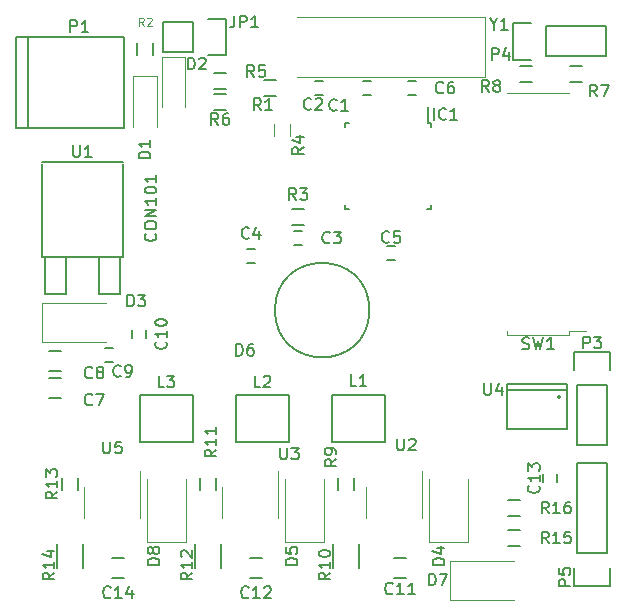
<source format=gto>
G04 #@! TF.GenerationSoftware,KiCad,Pcbnew,(2017-05-08 revision d4e41c4f9)-makepkg*
G04 #@! TF.CreationDate,2017-05-10T17:18:05+02:00*
G04 #@! TF.ProjectId,led_pixel,6C65645F706978656C2E6B696361645F,1.0*
G04 #@! TF.FileFunction,Legend,Top*
G04 #@! TF.FilePolarity,Positive*
%FSLAX46Y46*%
G04 Gerber Fmt 4.6, Leading zero omitted, Abs format (unit mm)*
G04 Created by KiCad (PCBNEW (2017-05-08 revision d4e41c4f9)-makepkg) date 05/10/17 17:18:05*
%MOMM*%
%LPD*%
G01*
G04 APERTURE LIST*
%ADD10C,0.100000*%
%ADD11C,0.150000*%
%ADD12C,0.120000*%
G04 APERTURE END LIST*
D10*
D11*
X154000000Y-90000000D02*
G75*
G03X154000000Y-90000000I-4000000J0D01*
G01*
D12*
X147850000Y-70300000D02*
X163825000Y-70300000D01*
X163825000Y-70300000D02*
X163825000Y-65200000D01*
X163825000Y-65200000D02*
X147850000Y-65200000D01*
D11*
X139042000Y-97144000D02*
X139042000Y-101144000D01*
X134542000Y-97144000D02*
X139042000Y-97144000D01*
X134542000Y-101144000D02*
X134542000Y-97144000D01*
X139042000Y-101144000D02*
X134542000Y-101144000D01*
X147170000Y-97144000D02*
X147170000Y-101144000D01*
X142670000Y-97144000D02*
X147170000Y-97144000D01*
X142670000Y-101144000D02*
X142670000Y-97144000D01*
X147170000Y-101144000D02*
X142670000Y-101144000D01*
X150798000Y-101144000D02*
X150798000Y-97144000D01*
X155298000Y-101144000D02*
X150798000Y-101144000D01*
X155298000Y-97144000D02*
X155298000Y-101144000D01*
X150798000Y-97144000D02*
X155298000Y-97144000D01*
X153460000Y-70604000D02*
X154160000Y-70604000D01*
X154160000Y-71804000D02*
X153460000Y-71804000D01*
X150100000Y-71804000D02*
X149400000Y-71804000D01*
X149400000Y-70604000D02*
X150100000Y-70604000D01*
X147618000Y-83304000D02*
X148318000Y-83304000D01*
X148318000Y-84504000D02*
X147618000Y-84504000D01*
X144315000Y-86028000D02*
X143615000Y-86028000D01*
X143615000Y-84828000D02*
X144315000Y-84828000D01*
X155492000Y-84574000D02*
X156192000Y-84574000D01*
X156192000Y-85774000D02*
X155492000Y-85774000D01*
X157270000Y-70604000D02*
X157970000Y-70604000D01*
X157970000Y-71804000D02*
X157270000Y-71804000D01*
X126894000Y-97454000D02*
X127894000Y-97454000D01*
X127894000Y-95754000D02*
X126894000Y-95754000D01*
X127894000Y-93468000D02*
X126894000Y-93468000D01*
X126894000Y-95168000D02*
X127894000Y-95168000D01*
X131616000Y-93210000D02*
X132316000Y-93210000D01*
X132316000Y-94410000D02*
X131616000Y-94410000D01*
X135106000Y-91682000D02*
X135106000Y-92382000D01*
X133906000Y-92382000D02*
X133906000Y-91682000D01*
X157104000Y-110994000D02*
X156104000Y-110994000D01*
X156104000Y-112694000D02*
X157104000Y-112694000D01*
X143912000Y-112694000D02*
X144912000Y-112694000D01*
X144912000Y-110994000D02*
X143912000Y-110994000D01*
X133228000Y-110994000D02*
X132228000Y-110994000D01*
X132228000Y-112694000D02*
X133228000Y-112694000D01*
X158988000Y-74183000D02*
X158988000Y-72758000D01*
X159213000Y-81433000D02*
X159213000Y-81108000D01*
X151963000Y-81433000D02*
X151963000Y-81108000D01*
X151963000Y-74183000D02*
X151963000Y-74508000D01*
X159213000Y-74183000D02*
X159213000Y-74508000D01*
X151963000Y-74183000D02*
X152288000Y-74183000D01*
X151963000Y-81433000D02*
X152288000Y-81433000D01*
X159213000Y-81433000D02*
X158888000Y-81433000D01*
X159213000Y-74183000D02*
X158988000Y-74183000D01*
X133263940Y-66845360D02*
X124064060Y-66845360D01*
X133263940Y-74546640D02*
X133263940Y-66845360D01*
X124064060Y-74546640D02*
X133263940Y-74546640D01*
X124064060Y-66845360D02*
X124064060Y-74546640D01*
X125064820Y-66845360D02*
X125064820Y-74546640D01*
X146055000Y-71879000D02*
X145055000Y-71879000D01*
X145055000Y-70529000D02*
X146055000Y-70529000D01*
X135689000Y-67402000D02*
X135689000Y-68402000D01*
X134339000Y-68402000D02*
X134339000Y-67402000D01*
X147468000Y-81451000D02*
X148468000Y-81451000D01*
X148468000Y-82801000D02*
X147468000Y-82801000D01*
X140864000Y-69894000D02*
X141864000Y-69894000D01*
X141864000Y-71244000D02*
X140864000Y-71244000D01*
X141864000Y-73022000D02*
X140864000Y-73022000D01*
X140864000Y-71672000D02*
X141864000Y-71672000D01*
X172000000Y-70675000D02*
X171000000Y-70675000D01*
X171000000Y-69325000D02*
X172000000Y-69325000D01*
X166750000Y-69325000D02*
X167750000Y-69325000D01*
X167750000Y-70675000D02*
X166750000Y-70675000D01*
X153107000Y-109828000D02*
X153107000Y-111828000D01*
X150957000Y-111828000D02*
X150957000Y-109828000D01*
X141423000Y-109828000D02*
X141423000Y-111828000D01*
X139273000Y-111828000D02*
X139273000Y-109828000D01*
X127589000Y-111828000D02*
X127589000Y-109828000D01*
X129739000Y-109828000D02*
X129739000Y-111828000D01*
X166756000Y-109979000D02*
X165756000Y-109979000D01*
X165756000Y-108629000D02*
X166756000Y-108629000D01*
X165756000Y-106089000D02*
X166756000Y-106089000D01*
X166756000Y-107439000D02*
X165756000Y-107439000D01*
X133109000Y-77597000D02*
X133109000Y-79375000D01*
X126251000Y-77470000D02*
X133109000Y-77470000D01*
X126251000Y-85471000D02*
X126251000Y-77597000D01*
X133109000Y-85471000D02*
X126251000Y-85471000D01*
X133109000Y-79375000D02*
X133109000Y-85471000D01*
X128283000Y-88646000D02*
X128283000Y-85471000D01*
X126505000Y-88646000D02*
X128283000Y-88646000D01*
X126505000Y-85471000D02*
X126505000Y-88646000D01*
X132855000Y-88646000D02*
X132855000Y-85471000D01*
X131077000Y-88646000D02*
X132855000Y-88646000D01*
X131077000Y-85471000D02*
X131077000Y-88646000D01*
X168704000Y-104574000D02*
X168704000Y-103874000D01*
X169904000Y-103874000D02*
X169904000Y-104574000D01*
X136538000Y-68156000D02*
X136538000Y-65616000D01*
X139078000Y-68156000D02*
X136538000Y-68156000D01*
X141898000Y-68436000D02*
X141898000Y-65336000D01*
X140348000Y-68436000D02*
X141898000Y-68436000D01*
X139078000Y-65616000D02*
X139078000Y-68156000D01*
X136538000Y-65616000D02*
X139078000Y-65616000D01*
X141898000Y-65336000D02*
X140348000Y-65336000D01*
X171590000Y-96350000D02*
X174130000Y-96350000D01*
X171590000Y-101430000D02*
X171590000Y-96350000D01*
X174130000Y-101430000D02*
X171590000Y-101430000D01*
X174130000Y-96350000D02*
X174130000Y-101430000D01*
X171310000Y-93530000D02*
X171310000Y-95080000D01*
X174410000Y-93530000D02*
X171310000Y-93530000D01*
X174410000Y-95080000D02*
X174410000Y-93530000D01*
X167710000Y-65700000D02*
X166160000Y-65700000D01*
X166160000Y-65700000D02*
X166160000Y-68800000D01*
X166160000Y-68800000D02*
X167710000Y-68800000D01*
X168980000Y-65980000D02*
X174060000Y-65980000D01*
X174060000Y-65980000D02*
X174060000Y-68520000D01*
X174060000Y-68520000D02*
X168980000Y-68520000D01*
X168980000Y-68520000D02*
X168980000Y-65980000D01*
X171310000Y-113394000D02*
X174410000Y-113394000D01*
X171310000Y-111844000D02*
X171310000Y-113394000D01*
X174130000Y-110574000D02*
X171590000Y-110574000D01*
X171590000Y-102954000D02*
X174130000Y-102954000D01*
X174410000Y-113394000D02*
X174410000Y-111844000D01*
X174130000Y-110574000D02*
X174130000Y-102954000D01*
X171590000Y-110574000D02*
X171590000Y-102954000D01*
X152707000Y-104232000D02*
X152707000Y-105232000D01*
X151357000Y-105232000D02*
X151357000Y-104232000D01*
X141023000Y-104232000D02*
X141023000Y-105232000D01*
X139673000Y-105232000D02*
X139673000Y-104232000D01*
X127989000Y-105232000D02*
X127989000Y-104232000D01*
X129339000Y-104232000D02*
X129339000Y-105232000D01*
D12*
X153696000Y-107556000D02*
X153696000Y-104956000D01*
X158496000Y-103656000D02*
X158496000Y-107556000D01*
X146304000Y-103656000D02*
X146304000Y-107556000D01*
X141504000Y-107556000D02*
X141504000Y-104956000D01*
D11*
X165621000Y-96223000D02*
X165621000Y-100033000D01*
X170701000Y-96223000D02*
X170701000Y-100033000D01*
X170701000Y-96223000D02*
X165621000Y-96223000D01*
X170701000Y-100033000D02*
X165621000Y-100033000D01*
X170701000Y-96731000D02*
X165621000Y-96731000D01*
X170193000Y-97366000D02*
G75*
G03X170193000Y-97366000I-127000J0D01*
G01*
D12*
X134620000Y-103656000D02*
X134620000Y-107556000D01*
X129820000Y-107556000D02*
X129820000Y-104956000D01*
X170888000Y-91772000D02*
X172308000Y-91772000D01*
X170888000Y-71652000D02*
X165688000Y-71652000D01*
X165688000Y-92092000D02*
X165688000Y-91772000D01*
X170888000Y-92092000D02*
X165688000Y-92092000D01*
X170888000Y-91772000D02*
X170888000Y-92092000D01*
X136014000Y-74478000D02*
X136014000Y-70178000D01*
X136014000Y-70178000D02*
X134014000Y-70178000D01*
X134014000Y-70178000D02*
X134014000Y-74478000D01*
X136427000Y-68527000D02*
X136427000Y-72827000D01*
X138427000Y-68527000D02*
X136427000Y-68527000D01*
X138427000Y-72827000D02*
X138427000Y-68527000D01*
X126280000Y-89366000D02*
X131680000Y-89366000D01*
X126280000Y-92666000D02*
X131680000Y-92666000D01*
X126280000Y-89366000D02*
X126280000Y-92666000D01*
X159018000Y-109656000D02*
X162318000Y-109656000D01*
X162318000Y-109656000D02*
X162318000Y-104256000D01*
X159018000Y-109656000D02*
X159018000Y-104256000D01*
X146826000Y-109656000D02*
X146826000Y-104256000D01*
X150126000Y-109656000D02*
X150126000Y-104256000D01*
X146826000Y-109656000D02*
X150126000Y-109656000D01*
X160824000Y-111210000D02*
X166224000Y-111210000D01*
X160824000Y-114510000D02*
X166224000Y-114510000D01*
X160824000Y-111210000D02*
X160824000Y-114510000D01*
X135142000Y-109656000D02*
X138442000Y-109656000D01*
X138442000Y-109656000D02*
X138442000Y-104256000D01*
X135142000Y-109656000D02*
X135142000Y-104256000D01*
X147251000Y-74260000D02*
X147251000Y-75260000D01*
X145891000Y-75260000D02*
X145891000Y-74260000D01*
D11*
X135879142Y-83530666D02*
X135926761Y-83578285D01*
X135974380Y-83721142D01*
X135974380Y-83816380D01*
X135926761Y-83959238D01*
X135831523Y-84054476D01*
X135736285Y-84102095D01*
X135545809Y-84149714D01*
X135402952Y-84149714D01*
X135212476Y-84102095D01*
X135117238Y-84054476D01*
X135022000Y-83959238D01*
X134974380Y-83816380D01*
X134974380Y-83721142D01*
X135022000Y-83578285D01*
X135069619Y-83530666D01*
X134974380Y-82911619D02*
X134974380Y-82721142D01*
X135022000Y-82625904D01*
X135117238Y-82530666D01*
X135307714Y-82483047D01*
X135641047Y-82483047D01*
X135831523Y-82530666D01*
X135926761Y-82625904D01*
X135974380Y-82721142D01*
X135974380Y-82911619D01*
X135926761Y-83006857D01*
X135831523Y-83102095D01*
X135641047Y-83149714D01*
X135307714Y-83149714D01*
X135117238Y-83102095D01*
X135022000Y-83006857D01*
X134974380Y-82911619D01*
X135974380Y-82054476D02*
X134974380Y-82054476D01*
X135974380Y-81483047D01*
X134974380Y-81483047D01*
X135974380Y-80483047D02*
X135974380Y-81054476D01*
X135974380Y-80768761D02*
X134974380Y-80768761D01*
X135117238Y-80864000D01*
X135212476Y-80959238D01*
X135260095Y-81054476D01*
X134974380Y-79864000D02*
X134974380Y-79768761D01*
X135022000Y-79673523D01*
X135069619Y-79625904D01*
X135164857Y-79578285D01*
X135355333Y-79530666D01*
X135593428Y-79530666D01*
X135783904Y-79578285D01*
X135879142Y-79625904D01*
X135926761Y-79673523D01*
X135974380Y-79768761D01*
X135974380Y-79864000D01*
X135926761Y-79959238D01*
X135879142Y-80006857D01*
X135783904Y-80054476D01*
X135593428Y-80102095D01*
X135355333Y-80102095D01*
X135164857Y-80054476D01*
X135069619Y-80006857D01*
X135022000Y-79959238D01*
X134974380Y-79864000D01*
X135974380Y-78578285D02*
X135974380Y-79149714D01*
X135974380Y-78864000D02*
X134974380Y-78864000D01*
X135117238Y-78959238D01*
X135212476Y-79054476D01*
X135260095Y-79149714D01*
X142708704Y-93855980D02*
X142708704Y-92855980D01*
X142946800Y-92855980D01*
X143089657Y-92903600D01*
X143184895Y-92998838D01*
X143232514Y-93094076D01*
X143280133Y-93284552D01*
X143280133Y-93427409D01*
X143232514Y-93617885D01*
X143184895Y-93713123D01*
X143089657Y-93808361D01*
X142946800Y-93855980D01*
X142708704Y-93855980D01*
X144137276Y-92855980D02*
X143946800Y-92855980D01*
X143851561Y-92903600D01*
X143803942Y-92951219D01*
X143708704Y-93094076D01*
X143661085Y-93284552D01*
X143661085Y-93665504D01*
X143708704Y-93760742D01*
X143756323Y-93808361D01*
X143851561Y-93855980D01*
X144042038Y-93855980D01*
X144137276Y-93808361D01*
X144184895Y-93760742D01*
X144232514Y-93665504D01*
X144232514Y-93427409D01*
X144184895Y-93332171D01*
X144137276Y-93284552D01*
X144042038Y-93236933D01*
X143851561Y-93236933D01*
X143756323Y-93284552D01*
X143708704Y-93332171D01*
X143661085Y-93427409D01*
X164509809Y-65782690D02*
X164509809Y-66258880D01*
X164176476Y-65258880D02*
X164509809Y-65782690D01*
X164843142Y-65258880D01*
X165700285Y-66258880D02*
X165128857Y-66258880D01*
X165414571Y-66258880D02*
X165414571Y-65258880D01*
X165319333Y-65401738D01*
X165224095Y-65496976D01*
X165128857Y-65544595D01*
X136625333Y-96548380D02*
X136149142Y-96548380D01*
X136149142Y-95548380D01*
X136863428Y-95548380D02*
X137482476Y-95548380D01*
X137149142Y-95929333D01*
X137292000Y-95929333D01*
X137387238Y-95976952D01*
X137434857Y-96024571D01*
X137482476Y-96119809D01*
X137482476Y-96357904D01*
X137434857Y-96453142D01*
X137387238Y-96500761D01*
X137292000Y-96548380D01*
X137006285Y-96548380D01*
X136911047Y-96500761D01*
X136863428Y-96453142D01*
X144753333Y-96548380D02*
X144277142Y-96548380D01*
X144277142Y-95548380D01*
X145039047Y-95643619D02*
X145086666Y-95596000D01*
X145181904Y-95548380D01*
X145420000Y-95548380D01*
X145515238Y-95596000D01*
X145562857Y-95643619D01*
X145610476Y-95738857D01*
X145610476Y-95834095D01*
X145562857Y-95976952D01*
X144991428Y-96548380D01*
X145610476Y-96548380D01*
X152881333Y-96421380D02*
X152405142Y-96421380D01*
X152405142Y-95421380D01*
X153738476Y-96421380D02*
X153167047Y-96421380D01*
X153452761Y-96421380D02*
X153452761Y-95421380D01*
X153357523Y-95564238D01*
X153262285Y-95659476D01*
X153167047Y-95707095D01*
X151230333Y-73021642D02*
X151182714Y-73069261D01*
X151039857Y-73116880D01*
X150944619Y-73116880D01*
X150801761Y-73069261D01*
X150706523Y-72974023D01*
X150658904Y-72878785D01*
X150611285Y-72688309D01*
X150611285Y-72545452D01*
X150658904Y-72354976D01*
X150706523Y-72259738D01*
X150801761Y-72164500D01*
X150944619Y-72116880D01*
X151039857Y-72116880D01*
X151182714Y-72164500D01*
X151230333Y-72212119D01*
X152182714Y-73116880D02*
X151611285Y-73116880D01*
X151897000Y-73116880D02*
X151897000Y-72116880D01*
X151801761Y-72259738D01*
X151706523Y-72354976D01*
X151611285Y-72402595D01*
X149071333Y-72958142D02*
X149023714Y-73005761D01*
X148880857Y-73053380D01*
X148785619Y-73053380D01*
X148642761Y-73005761D01*
X148547523Y-72910523D01*
X148499904Y-72815285D01*
X148452285Y-72624809D01*
X148452285Y-72481952D01*
X148499904Y-72291476D01*
X148547523Y-72196238D01*
X148642761Y-72101000D01*
X148785619Y-72053380D01*
X148880857Y-72053380D01*
X149023714Y-72101000D01*
X149071333Y-72148619D01*
X149452285Y-72148619D02*
X149499904Y-72101000D01*
X149595142Y-72053380D01*
X149833238Y-72053380D01*
X149928476Y-72101000D01*
X149976095Y-72148619D01*
X150023714Y-72243857D01*
X150023714Y-72339095D01*
X149976095Y-72481952D01*
X149404666Y-73053380D01*
X150023714Y-73053380D01*
X150646133Y-84261142D02*
X150598514Y-84308761D01*
X150455657Y-84356380D01*
X150360419Y-84356380D01*
X150217561Y-84308761D01*
X150122323Y-84213523D01*
X150074704Y-84118285D01*
X150027085Y-83927809D01*
X150027085Y-83784952D01*
X150074704Y-83594476D01*
X150122323Y-83499238D01*
X150217561Y-83404000D01*
X150360419Y-83356380D01*
X150455657Y-83356380D01*
X150598514Y-83404000D01*
X150646133Y-83451619D01*
X150979466Y-83356380D02*
X151598514Y-83356380D01*
X151265180Y-83737333D01*
X151408038Y-83737333D01*
X151503276Y-83784952D01*
X151550895Y-83832571D01*
X151598514Y-83927809D01*
X151598514Y-84165904D01*
X151550895Y-84261142D01*
X151503276Y-84308761D01*
X151408038Y-84356380D01*
X151122323Y-84356380D01*
X151027085Y-84308761D01*
X150979466Y-84261142D01*
X143798333Y-83885142D02*
X143750714Y-83932761D01*
X143607857Y-83980380D01*
X143512619Y-83980380D01*
X143369761Y-83932761D01*
X143274523Y-83837523D01*
X143226904Y-83742285D01*
X143179285Y-83551809D01*
X143179285Y-83408952D01*
X143226904Y-83218476D01*
X143274523Y-83123238D01*
X143369761Y-83028000D01*
X143512619Y-82980380D01*
X143607857Y-82980380D01*
X143750714Y-83028000D01*
X143798333Y-83075619D01*
X144655476Y-83313714D02*
X144655476Y-83980380D01*
X144417380Y-82932761D02*
X144179285Y-83647047D01*
X144798333Y-83647047D01*
X155675333Y-84210342D02*
X155627714Y-84257961D01*
X155484857Y-84305580D01*
X155389619Y-84305580D01*
X155246761Y-84257961D01*
X155151523Y-84162723D01*
X155103904Y-84067485D01*
X155056285Y-83877009D01*
X155056285Y-83734152D01*
X155103904Y-83543676D01*
X155151523Y-83448438D01*
X155246761Y-83353200D01*
X155389619Y-83305580D01*
X155484857Y-83305580D01*
X155627714Y-83353200D01*
X155675333Y-83400819D01*
X156580095Y-83305580D02*
X156103904Y-83305580D01*
X156056285Y-83781771D01*
X156103904Y-83734152D01*
X156199142Y-83686533D01*
X156437238Y-83686533D01*
X156532476Y-83734152D01*
X156580095Y-83781771D01*
X156627714Y-83877009D01*
X156627714Y-84115104D01*
X156580095Y-84210342D01*
X156532476Y-84257961D01*
X156437238Y-84305580D01*
X156199142Y-84305580D01*
X156103904Y-84257961D01*
X156056285Y-84210342D01*
X160247333Y-71561142D02*
X160199714Y-71608761D01*
X160056857Y-71656380D01*
X159961619Y-71656380D01*
X159818761Y-71608761D01*
X159723523Y-71513523D01*
X159675904Y-71418285D01*
X159628285Y-71227809D01*
X159628285Y-71084952D01*
X159675904Y-70894476D01*
X159723523Y-70799238D01*
X159818761Y-70704000D01*
X159961619Y-70656380D01*
X160056857Y-70656380D01*
X160199714Y-70704000D01*
X160247333Y-70751619D01*
X161104476Y-70656380D02*
X160914000Y-70656380D01*
X160818761Y-70704000D01*
X160771142Y-70751619D01*
X160675904Y-70894476D01*
X160628285Y-71084952D01*
X160628285Y-71465904D01*
X160675904Y-71561142D01*
X160723523Y-71608761D01*
X160818761Y-71656380D01*
X161009238Y-71656380D01*
X161104476Y-71608761D01*
X161152095Y-71561142D01*
X161199714Y-71465904D01*
X161199714Y-71227809D01*
X161152095Y-71132571D01*
X161104476Y-71084952D01*
X161009238Y-71037333D01*
X160818761Y-71037333D01*
X160723523Y-71084952D01*
X160675904Y-71132571D01*
X160628285Y-71227809D01*
X130529333Y-97977142D02*
X130481714Y-98024761D01*
X130338857Y-98072380D01*
X130243619Y-98072380D01*
X130100761Y-98024761D01*
X130005523Y-97929523D01*
X129957904Y-97834285D01*
X129910285Y-97643809D01*
X129910285Y-97500952D01*
X129957904Y-97310476D01*
X130005523Y-97215238D01*
X130100761Y-97120000D01*
X130243619Y-97072380D01*
X130338857Y-97072380D01*
X130481714Y-97120000D01*
X130529333Y-97167619D01*
X130862666Y-97072380D02*
X131529333Y-97072380D01*
X131100761Y-98072380D01*
X130529333Y-95691142D02*
X130481714Y-95738761D01*
X130338857Y-95786380D01*
X130243619Y-95786380D01*
X130100761Y-95738761D01*
X130005523Y-95643523D01*
X129957904Y-95548285D01*
X129910285Y-95357809D01*
X129910285Y-95214952D01*
X129957904Y-95024476D01*
X130005523Y-94929238D01*
X130100761Y-94834000D01*
X130243619Y-94786380D01*
X130338857Y-94786380D01*
X130481714Y-94834000D01*
X130529333Y-94881619D01*
X131100761Y-95214952D02*
X131005523Y-95167333D01*
X130957904Y-95119714D01*
X130910285Y-95024476D01*
X130910285Y-94976857D01*
X130957904Y-94881619D01*
X131005523Y-94834000D01*
X131100761Y-94786380D01*
X131291238Y-94786380D01*
X131386476Y-94834000D01*
X131434095Y-94881619D01*
X131481714Y-94976857D01*
X131481714Y-95024476D01*
X131434095Y-95119714D01*
X131386476Y-95167333D01*
X131291238Y-95214952D01*
X131100761Y-95214952D01*
X131005523Y-95262571D01*
X130957904Y-95310190D01*
X130910285Y-95405428D01*
X130910285Y-95595904D01*
X130957904Y-95691142D01*
X131005523Y-95738761D01*
X131100761Y-95786380D01*
X131291238Y-95786380D01*
X131386476Y-95738761D01*
X131434095Y-95691142D01*
X131481714Y-95595904D01*
X131481714Y-95405428D01*
X131434095Y-95310190D01*
X131386476Y-95262571D01*
X131291238Y-95214952D01*
X132942333Y-95564142D02*
X132894714Y-95611761D01*
X132751857Y-95659380D01*
X132656619Y-95659380D01*
X132513761Y-95611761D01*
X132418523Y-95516523D01*
X132370904Y-95421285D01*
X132323285Y-95230809D01*
X132323285Y-95087952D01*
X132370904Y-94897476D01*
X132418523Y-94802238D01*
X132513761Y-94707000D01*
X132656619Y-94659380D01*
X132751857Y-94659380D01*
X132894714Y-94707000D01*
X132942333Y-94754619D01*
X133418523Y-95659380D02*
X133609000Y-95659380D01*
X133704238Y-95611761D01*
X133751857Y-95564142D01*
X133847095Y-95421285D01*
X133894714Y-95230809D01*
X133894714Y-94849857D01*
X133847095Y-94754619D01*
X133799476Y-94707000D01*
X133704238Y-94659380D01*
X133513761Y-94659380D01*
X133418523Y-94707000D01*
X133370904Y-94754619D01*
X133323285Y-94849857D01*
X133323285Y-95087952D01*
X133370904Y-95183190D01*
X133418523Y-95230809D01*
X133513761Y-95278428D01*
X133704238Y-95278428D01*
X133799476Y-95230809D01*
X133847095Y-95183190D01*
X133894714Y-95087952D01*
X136763142Y-92674857D02*
X136810761Y-92722476D01*
X136858380Y-92865333D01*
X136858380Y-92960571D01*
X136810761Y-93103428D01*
X136715523Y-93198666D01*
X136620285Y-93246285D01*
X136429809Y-93293904D01*
X136286952Y-93293904D01*
X136096476Y-93246285D01*
X136001238Y-93198666D01*
X135906000Y-93103428D01*
X135858380Y-92960571D01*
X135858380Y-92865333D01*
X135906000Y-92722476D01*
X135953619Y-92674857D01*
X136858380Y-91722476D02*
X136858380Y-92293904D01*
X136858380Y-92008190D02*
X135858380Y-92008190D01*
X136001238Y-92103428D01*
X136096476Y-92198666D01*
X136144095Y-92293904D01*
X135858380Y-91103428D02*
X135858380Y-91008190D01*
X135906000Y-90912952D01*
X135953619Y-90865333D01*
X136048857Y-90817714D01*
X136239333Y-90770095D01*
X136477428Y-90770095D01*
X136667904Y-90817714D01*
X136763142Y-90865333D01*
X136810761Y-90912952D01*
X136858380Y-91008190D01*
X136858380Y-91103428D01*
X136810761Y-91198666D01*
X136763142Y-91246285D01*
X136667904Y-91293904D01*
X136477428Y-91341523D01*
X136239333Y-91341523D01*
X136048857Y-91293904D01*
X135953619Y-91246285D01*
X135906000Y-91198666D01*
X135858380Y-91103428D01*
X155961142Y-113979142D02*
X155913523Y-114026761D01*
X155770666Y-114074380D01*
X155675428Y-114074380D01*
X155532571Y-114026761D01*
X155437333Y-113931523D01*
X155389714Y-113836285D01*
X155342095Y-113645809D01*
X155342095Y-113502952D01*
X155389714Y-113312476D01*
X155437333Y-113217238D01*
X155532571Y-113122000D01*
X155675428Y-113074380D01*
X155770666Y-113074380D01*
X155913523Y-113122000D01*
X155961142Y-113169619D01*
X156913523Y-114074380D02*
X156342095Y-114074380D01*
X156627809Y-114074380D02*
X156627809Y-113074380D01*
X156532571Y-113217238D01*
X156437333Y-113312476D01*
X156342095Y-113360095D01*
X157865904Y-114074380D02*
X157294476Y-114074380D01*
X157580190Y-114074380D02*
X157580190Y-113074380D01*
X157484952Y-113217238D01*
X157389714Y-113312476D01*
X157294476Y-113360095D01*
X143769142Y-114301142D02*
X143721523Y-114348761D01*
X143578666Y-114396380D01*
X143483428Y-114396380D01*
X143340571Y-114348761D01*
X143245333Y-114253523D01*
X143197714Y-114158285D01*
X143150095Y-113967809D01*
X143150095Y-113824952D01*
X143197714Y-113634476D01*
X143245333Y-113539238D01*
X143340571Y-113444000D01*
X143483428Y-113396380D01*
X143578666Y-113396380D01*
X143721523Y-113444000D01*
X143769142Y-113491619D01*
X144721523Y-114396380D02*
X144150095Y-114396380D01*
X144435809Y-114396380D02*
X144435809Y-113396380D01*
X144340571Y-113539238D01*
X144245333Y-113634476D01*
X144150095Y-113682095D01*
X145102476Y-113491619D02*
X145150095Y-113444000D01*
X145245333Y-113396380D01*
X145483428Y-113396380D01*
X145578666Y-113444000D01*
X145626285Y-113491619D01*
X145673904Y-113586857D01*
X145673904Y-113682095D01*
X145626285Y-113824952D01*
X145054857Y-114396380D01*
X145673904Y-114396380D01*
X132085142Y-114301142D02*
X132037523Y-114348761D01*
X131894666Y-114396380D01*
X131799428Y-114396380D01*
X131656571Y-114348761D01*
X131561333Y-114253523D01*
X131513714Y-114158285D01*
X131466095Y-113967809D01*
X131466095Y-113824952D01*
X131513714Y-113634476D01*
X131561333Y-113539238D01*
X131656571Y-113444000D01*
X131799428Y-113396380D01*
X131894666Y-113396380D01*
X132037523Y-113444000D01*
X132085142Y-113491619D01*
X133037523Y-114396380D02*
X132466095Y-114396380D01*
X132751809Y-114396380D02*
X132751809Y-113396380D01*
X132656571Y-113539238D01*
X132561333Y-113634476D01*
X132466095Y-113682095D01*
X133894666Y-113729714D02*
X133894666Y-114396380D01*
X133656571Y-113348761D02*
X133418476Y-114063047D01*
X134037523Y-114063047D01*
X159437809Y-73878880D02*
X159437809Y-72878880D01*
X160485428Y-73783642D02*
X160437809Y-73831261D01*
X160294952Y-73878880D01*
X160199714Y-73878880D01*
X160056857Y-73831261D01*
X159961619Y-73736023D01*
X159914000Y-73640785D01*
X159866380Y-73450309D01*
X159866380Y-73307452D01*
X159914000Y-73116976D01*
X159961619Y-73021738D01*
X160056857Y-72926500D01*
X160199714Y-72878880D01*
X160294952Y-72878880D01*
X160437809Y-72926500D01*
X160485428Y-72974119D01*
X161437809Y-73878880D02*
X160866380Y-73878880D01*
X161152095Y-73878880D02*
X161152095Y-72878880D01*
X161056857Y-73021738D01*
X160961619Y-73116976D01*
X160866380Y-73164595D01*
X128687904Y-66449380D02*
X128687904Y-65449380D01*
X129068857Y-65449380D01*
X129164095Y-65497000D01*
X129211714Y-65544619D01*
X129259333Y-65639857D01*
X129259333Y-65782714D01*
X129211714Y-65877952D01*
X129164095Y-65925571D01*
X129068857Y-65973190D01*
X128687904Y-65973190D01*
X130211714Y-66449380D02*
X129640285Y-66449380D01*
X129926000Y-66449380D02*
X129926000Y-65449380D01*
X129830761Y-65592238D01*
X129735523Y-65687476D01*
X129640285Y-65735095D01*
X144804133Y-73078780D02*
X144470800Y-72602590D01*
X144232704Y-73078780D02*
X144232704Y-72078780D01*
X144613657Y-72078780D01*
X144708895Y-72126400D01*
X144756514Y-72174019D01*
X144804133Y-72269257D01*
X144804133Y-72412114D01*
X144756514Y-72507352D01*
X144708895Y-72554971D01*
X144613657Y-72602590D01*
X144232704Y-72602590D01*
X145756514Y-73078780D02*
X145185085Y-73078780D01*
X145470800Y-73078780D02*
X145470800Y-72078780D01*
X145375561Y-72221638D01*
X145280323Y-72316876D01*
X145185085Y-72364495D01*
D10*
X134897333Y-65932666D02*
X134664000Y-65599333D01*
X134497333Y-65932666D02*
X134497333Y-65232666D01*
X134764000Y-65232666D01*
X134830666Y-65266000D01*
X134864000Y-65299333D01*
X134897333Y-65366000D01*
X134897333Y-65466000D01*
X134864000Y-65532666D01*
X134830666Y-65566000D01*
X134764000Y-65599333D01*
X134497333Y-65599333D01*
X135164000Y-65299333D02*
X135197333Y-65266000D01*
X135264000Y-65232666D01*
X135430666Y-65232666D01*
X135497333Y-65266000D01*
X135530666Y-65299333D01*
X135564000Y-65366000D01*
X135564000Y-65432666D01*
X135530666Y-65532666D01*
X135130666Y-65932666D01*
X135564000Y-65932666D01*
D11*
X147801333Y-80678380D02*
X147468000Y-80202190D01*
X147229904Y-80678380D02*
X147229904Y-79678380D01*
X147610857Y-79678380D01*
X147706095Y-79726000D01*
X147753714Y-79773619D01*
X147801333Y-79868857D01*
X147801333Y-80011714D01*
X147753714Y-80106952D01*
X147706095Y-80154571D01*
X147610857Y-80202190D01*
X147229904Y-80202190D01*
X148134666Y-79678380D02*
X148753714Y-79678380D01*
X148420380Y-80059333D01*
X148563238Y-80059333D01*
X148658476Y-80106952D01*
X148706095Y-80154571D01*
X148753714Y-80249809D01*
X148753714Y-80487904D01*
X148706095Y-80583142D01*
X148658476Y-80630761D01*
X148563238Y-80678380D01*
X148277523Y-80678380D01*
X148182285Y-80630761D01*
X148134666Y-80583142D01*
X144245333Y-70259380D02*
X143912000Y-69783190D01*
X143673904Y-70259380D02*
X143673904Y-69259380D01*
X144054857Y-69259380D01*
X144150095Y-69307000D01*
X144197714Y-69354619D01*
X144245333Y-69449857D01*
X144245333Y-69592714D01*
X144197714Y-69687952D01*
X144150095Y-69735571D01*
X144054857Y-69783190D01*
X143673904Y-69783190D01*
X145150095Y-69259380D02*
X144673904Y-69259380D01*
X144626285Y-69735571D01*
X144673904Y-69687952D01*
X144769142Y-69640333D01*
X145007238Y-69640333D01*
X145102476Y-69687952D01*
X145150095Y-69735571D01*
X145197714Y-69830809D01*
X145197714Y-70068904D01*
X145150095Y-70164142D01*
X145102476Y-70211761D01*
X145007238Y-70259380D01*
X144769142Y-70259380D01*
X144673904Y-70211761D01*
X144626285Y-70164142D01*
X141197333Y-74323380D02*
X140864000Y-73847190D01*
X140625904Y-74323380D02*
X140625904Y-73323380D01*
X141006857Y-73323380D01*
X141102095Y-73371000D01*
X141149714Y-73418619D01*
X141197333Y-73513857D01*
X141197333Y-73656714D01*
X141149714Y-73751952D01*
X141102095Y-73799571D01*
X141006857Y-73847190D01*
X140625904Y-73847190D01*
X142054476Y-73323380D02*
X141864000Y-73323380D01*
X141768761Y-73371000D01*
X141721142Y-73418619D01*
X141625904Y-73561476D01*
X141578285Y-73751952D01*
X141578285Y-74132904D01*
X141625904Y-74228142D01*
X141673523Y-74275761D01*
X141768761Y-74323380D01*
X141959238Y-74323380D01*
X142054476Y-74275761D01*
X142102095Y-74228142D01*
X142149714Y-74132904D01*
X142149714Y-73894809D01*
X142102095Y-73799571D01*
X142054476Y-73751952D01*
X141959238Y-73704333D01*
X141768761Y-73704333D01*
X141673523Y-73751952D01*
X141625904Y-73799571D01*
X141578285Y-73894809D01*
X173264833Y-71910380D02*
X172931500Y-71434190D01*
X172693404Y-71910380D02*
X172693404Y-70910380D01*
X173074357Y-70910380D01*
X173169595Y-70958000D01*
X173217214Y-71005619D01*
X173264833Y-71100857D01*
X173264833Y-71243714D01*
X173217214Y-71338952D01*
X173169595Y-71386571D01*
X173074357Y-71434190D01*
X172693404Y-71434190D01*
X173598166Y-70910380D02*
X174264833Y-70910380D01*
X173836261Y-71910380D01*
X164120833Y-71529380D02*
X163787500Y-71053190D01*
X163549404Y-71529380D02*
X163549404Y-70529380D01*
X163930357Y-70529380D01*
X164025595Y-70577000D01*
X164073214Y-70624619D01*
X164120833Y-70719857D01*
X164120833Y-70862714D01*
X164073214Y-70957952D01*
X164025595Y-71005571D01*
X163930357Y-71053190D01*
X163549404Y-71053190D01*
X164692261Y-70957952D02*
X164597023Y-70910333D01*
X164549404Y-70862714D01*
X164501785Y-70767476D01*
X164501785Y-70719857D01*
X164549404Y-70624619D01*
X164597023Y-70577000D01*
X164692261Y-70529380D01*
X164882738Y-70529380D01*
X164977976Y-70577000D01*
X165025595Y-70624619D01*
X165073214Y-70719857D01*
X165073214Y-70767476D01*
X165025595Y-70862714D01*
X164977976Y-70910333D01*
X164882738Y-70957952D01*
X164692261Y-70957952D01*
X164597023Y-71005571D01*
X164549404Y-71053190D01*
X164501785Y-71148428D01*
X164501785Y-71338904D01*
X164549404Y-71434142D01*
X164597023Y-71481761D01*
X164692261Y-71529380D01*
X164882738Y-71529380D01*
X164977976Y-71481761D01*
X165025595Y-71434142D01*
X165073214Y-71338904D01*
X165073214Y-71148428D01*
X165025595Y-71053190D01*
X164977976Y-71005571D01*
X164882738Y-70957952D01*
X150706380Y-112232857D02*
X150230190Y-112566190D01*
X150706380Y-112804285D02*
X149706380Y-112804285D01*
X149706380Y-112423333D01*
X149754000Y-112328095D01*
X149801619Y-112280476D01*
X149896857Y-112232857D01*
X150039714Y-112232857D01*
X150134952Y-112280476D01*
X150182571Y-112328095D01*
X150230190Y-112423333D01*
X150230190Y-112804285D01*
X150706380Y-111280476D02*
X150706380Y-111851904D01*
X150706380Y-111566190D02*
X149706380Y-111566190D01*
X149849238Y-111661428D01*
X149944476Y-111756666D01*
X149992095Y-111851904D01*
X149706380Y-110661428D02*
X149706380Y-110566190D01*
X149754000Y-110470952D01*
X149801619Y-110423333D01*
X149896857Y-110375714D01*
X150087333Y-110328095D01*
X150325428Y-110328095D01*
X150515904Y-110375714D01*
X150611142Y-110423333D01*
X150658761Y-110470952D01*
X150706380Y-110566190D01*
X150706380Y-110661428D01*
X150658761Y-110756666D01*
X150611142Y-110804285D01*
X150515904Y-110851904D01*
X150325428Y-110899523D01*
X150087333Y-110899523D01*
X149896857Y-110851904D01*
X149801619Y-110804285D01*
X149754000Y-110756666D01*
X149706380Y-110661428D01*
X139022380Y-112232857D02*
X138546190Y-112566190D01*
X139022380Y-112804285D02*
X138022380Y-112804285D01*
X138022380Y-112423333D01*
X138070000Y-112328095D01*
X138117619Y-112280476D01*
X138212857Y-112232857D01*
X138355714Y-112232857D01*
X138450952Y-112280476D01*
X138498571Y-112328095D01*
X138546190Y-112423333D01*
X138546190Y-112804285D01*
X139022380Y-111280476D02*
X139022380Y-111851904D01*
X139022380Y-111566190D02*
X138022380Y-111566190D01*
X138165238Y-111661428D01*
X138260476Y-111756666D01*
X138308095Y-111851904D01*
X138117619Y-110899523D02*
X138070000Y-110851904D01*
X138022380Y-110756666D01*
X138022380Y-110518571D01*
X138070000Y-110423333D01*
X138117619Y-110375714D01*
X138212857Y-110328095D01*
X138308095Y-110328095D01*
X138450952Y-110375714D01*
X139022380Y-110947142D01*
X139022380Y-110328095D01*
X127338380Y-112232857D02*
X126862190Y-112566190D01*
X127338380Y-112804285D02*
X126338380Y-112804285D01*
X126338380Y-112423333D01*
X126386000Y-112328095D01*
X126433619Y-112280476D01*
X126528857Y-112232857D01*
X126671714Y-112232857D01*
X126766952Y-112280476D01*
X126814571Y-112328095D01*
X126862190Y-112423333D01*
X126862190Y-112804285D01*
X127338380Y-111280476D02*
X127338380Y-111851904D01*
X127338380Y-111566190D02*
X126338380Y-111566190D01*
X126481238Y-111661428D01*
X126576476Y-111756666D01*
X126624095Y-111851904D01*
X126671714Y-110423333D02*
X127338380Y-110423333D01*
X126290761Y-110661428D02*
X127005047Y-110899523D01*
X127005047Y-110280476D01*
X169169142Y-109756380D02*
X168835809Y-109280190D01*
X168597714Y-109756380D02*
X168597714Y-108756380D01*
X168978666Y-108756380D01*
X169073904Y-108804000D01*
X169121523Y-108851619D01*
X169169142Y-108946857D01*
X169169142Y-109089714D01*
X169121523Y-109184952D01*
X169073904Y-109232571D01*
X168978666Y-109280190D01*
X168597714Y-109280190D01*
X170121523Y-109756380D02*
X169550095Y-109756380D01*
X169835809Y-109756380D02*
X169835809Y-108756380D01*
X169740571Y-108899238D01*
X169645333Y-108994476D01*
X169550095Y-109042095D01*
X171026285Y-108756380D02*
X170550095Y-108756380D01*
X170502476Y-109232571D01*
X170550095Y-109184952D01*
X170645333Y-109137333D01*
X170883428Y-109137333D01*
X170978666Y-109184952D01*
X171026285Y-109232571D01*
X171073904Y-109327809D01*
X171073904Y-109565904D01*
X171026285Y-109661142D01*
X170978666Y-109708761D01*
X170883428Y-109756380D01*
X170645333Y-109756380D01*
X170550095Y-109708761D01*
X170502476Y-109661142D01*
X169169142Y-107216380D02*
X168835809Y-106740190D01*
X168597714Y-107216380D02*
X168597714Y-106216380D01*
X168978666Y-106216380D01*
X169073904Y-106264000D01*
X169121523Y-106311619D01*
X169169142Y-106406857D01*
X169169142Y-106549714D01*
X169121523Y-106644952D01*
X169073904Y-106692571D01*
X168978666Y-106740190D01*
X168597714Y-106740190D01*
X170121523Y-107216380D02*
X169550095Y-107216380D01*
X169835809Y-107216380D02*
X169835809Y-106216380D01*
X169740571Y-106359238D01*
X169645333Y-106454476D01*
X169550095Y-106502095D01*
X170978666Y-106216380D02*
X170788190Y-106216380D01*
X170692952Y-106264000D01*
X170645333Y-106311619D01*
X170550095Y-106454476D01*
X170502476Y-106644952D01*
X170502476Y-107025904D01*
X170550095Y-107121142D01*
X170597714Y-107168761D01*
X170692952Y-107216380D01*
X170883428Y-107216380D01*
X170978666Y-107168761D01*
X171026285Y-107121142D01*
X171073904Y-107025904D01*
X171073904Y-106787809D01*
X171026285Y-106692571D01*
X170978666Y-106644952D01*
X170883428Y-106597333D01*
X170692952Y-106597333D01*
X170597714Y-106644952D01*
X170550095Y-106692571D01*
X170502476Y-106787809D01*
X128918095Y-76033380D02*
X128918095Y-76842904D01*
X128965714Y-76938142D01*
X129013333Y-76985761D01*
X129108571Y-77033380D01*
X129299047Y-77033380D01*
X129394285Y-76985761D01*
X129441904Y-76938142D01*
X129489523Y-76842904D01*
X129489523Y-76033380D01*
X130489523Y-77033380D02*
X129918095Y-77033380D01*
X130203809Y-77033380D02*
X130203809Y-76033380D01*
X130108571Y-76176238D01*
X130013333Y-76271476D01*
X129918095Y-76319095D01*
X168327642Y-104866857D02*
X168375261Y-104914476D01*
X168422880Y-105057333D01*
X168422880Y-105152571D01*
X168375261Y-105295428D01*
X168280023Y-105390666D01*
X168184785Y-105438285D01*
X167994309Y-105485904D01*
X167851452Y-105485904D01*
X167660976Y-105438285D01*
X167565738Y-105390666D01*
X167470500Y-105295428D01*
X167422880Y-105152571D01*
X167422880Y-105057333D01*
X167470500Y-104914476D01*
X167518119Y-104866857D01*
X168422880Y-103914476D02*
X168422880Y-104485904D01*
X168422880Y-104200190D02*
X167422880Y-104200190D01*
X167565738Y-104295428D01*
X167660976Y-104390666D01*
X167708595Y-104485904D01*
X167422880Y-103581142D02*
X167422880Y-102962095D01*
X167803833Y-103295428D01*
X167803833Y-103152571D01*
X167851452Y-103057333D01*
X167899071Y-103009714D01*
X167994309Y-102962095D01*
X168232404Y-102962095D01*
X168327642Y-103009714D01*
X168375261Y-103057333D01*
X168422880Y-103152571D01*
X168422880Y-103438285D01*
X168375261Y-103533523D01*
X168327642Y-103581142D01*
X142562666Y-65068380D02*
X142562666Y-65782666D01*
X142515047Y-65925523D01*
X142419809Y-66020761D01*
X142276952Y-66068380D01*
X142181714Y-66068380D01*
X143038857Y-66068380D02*
X143038857Y-65068380D01*
X143419809Y-65068380D01*
X143515047Y-65116000D01*
X143562666Y-65163619D01*
X143610285Y-65258857D01*
X143610285Y-65401714D01*
X143562666Y-65496952D01*
X143515047Y-65544571D01*
X143419809Y-65592190D01*
X143038857Y-65592190D01*
X144562666Y-66068380D02*
X143991238Y-66068380D01*
X144276952Y-66068380D02*
X144276952Y-65068380D01*
X144181714Y-65211238D01*
X144086476Y-65306476D01*
X143991238Y-65354095D01*
X172121904Y-93246380D02*
X172121904Y-92246380D01*
X172502857Y-92246380D01*
X172598095Y-92294000D01*
X172645714Y-92341619D01*
X172693333Y-92436857D01*
X172693333Y-92579714D01*
X172645714Y-92674952D01*
X172598095Y-92722571D01*
X172502857Y-92770190D01*
X172121904Y-92770190D01*
X173026666Y-92246380D02*
X173645714Y-92246380D01*
X173312380Y-92627333D01*
X173455238Y-92627333D01*
X173550476Y-92674952D01*
X173598095Y-92722571D01*
X173645714Y-92817809D01*
X173645714Y-93055904D01*
X173598095Y-93151142D01*
X173550476Y-93198761D01*
X173455238Y-93246380D01*
X173169523Y-93246380D01*
X173074285Y-93198761D01*
X173026666Y-93151142D01*
X164374904Y-68798880D02*
X164374904Y-67798880D01*
X164755857Y-67798880D01*
X164851095Y-67846500D01*
X164898714Y-67894119D01*
X164946333Y-67989357D01*
X164946333Y-68132214D01*
X164898714Y-68227452D01*
X164851095Y-68275071D01*
X164755857Y-68322690D01*
X164374904Y-68322690D01*
X165803476Y-68132214D02*
X165803476Y-68798880D01*
X165565380Y-67751261D02*
X165327285Y-68465547D01*
X165946333Y-68465547D01*
X171026380Y-113344095D02*
X170026380Y-113344095D01*
X170026380Y-112963142D01*
X170074000Y-112867904D01*
X170121619Y-112820285D01*
X170216857Y-112772666D01*
X170359714Y-112772666D01*
X170454952Y-112820285D01*
X170502571Y-112867904D01*
X170550190Y-112963142D01*
X170550190Y-113344095D01*
X170026380Y-111867904D02*
X170026380Y-112344095D01*
X170502571Y-112391714D01*
X170454952Y-112344095D01*
X170407333Y-112248857D01*
X170407333Y-112010761D01*
X170454952Y-111915523D01*
X170502571Y-111867904D01*
X170597809Y-111820285D01*
X170835904Y-111820285D01*
X170931142Y-111867904D01*
X170978761Y-111915523D01*
X171026380Y-112010761D01*
X171026380Y-112248857D01*
X170978761Y-112344095D01*
X170931142Y-112391714D01*
X151214380Y-102612666D02*
X150738190Y-102946000D01*
X151214380Y-103184095D02*
X150214380Y-103184095D01*
X150214380Y-102803142D01*
X150262000Y-102707904D01*
X150309619Y-102660285D01*
X150404857Y-102612666D01*
X150547714Y-102612666D01*
X150642952Y-102660285D01*
X150690571Y-102707904D01*
X150738190Y-102803142D01*
X150738190Y-103184095D01*
X151214380Y-102136476D02*
X151214380Y-101946000D01*
X151166761Y-101850761D01*
X151119142Y-101803142D01*
X150976285Y-101707904D01*
X150785809Y-101660285D01*
X150404857Y-101660285D01*
X150309619Y-101707904D01*
X150262000Y-101755523D01*
X150214380Y-101850761D01*
X150214380Y-102041238D01*
X150262000Y-102136476D01*
X150309619Y-102184095D01*
X150404857Y-102231714D01*
X150642952Y-102231714D01*
X150738190Y-102184095D01*
X150785809Y-102136476D01*
X150833428Y-102041238D01*
X150833428Y-101850761D01*
X150785809Y-101755523D01*
X150738190Y-101707904D01*
X150642952Y-101660285D01*
X141054380Y-101818857D02*
X140578190Y-102152190D01*
X141054380Y-102390285D02*
X140054380Y-102390285D01*
X140054380Y-102009333D01*
X140102000Y-101914095D01*
X140149619Y-101866476D01*
X140244857Y-101818857D01*
X140387714Y-101818857D01*
X140482952Y-101866476D01*
X140530571Y-101914095D01*
X140578190Y-102009333D01*
X140578190Y-102390285D01*
X141054380Y-100866476D02*
X141054380Y-101437904D01*
X141054380Y-101152190D02*
X140054380Y-101152190D01*
X140197238Y-101247428D01*
X140292476Y-101342666D01*
X140340095Y-101437904D01*
X141054380Y-99914095D02*
X141054380Y-100485523D01*
X141054380Y-100199809D02*
X140054380Y-100199809D01*
X140197238Y-100295047D01*
X140292476Y-100390285D01*
X140340095Y-100485523D01*
X127592380Y-105374857D02*
X127116190Y-105708190D01*
X127592380Y-105946285D02*
X126592380Y-105946285D01*
X126592380Y-105565333D01*
X126640000Y-105470095D01*
X126687619Y-105422476D01*
X126782857Y-105374857D01*
X126925714Y-105374857D01*
X127020952Y-105422476D01*
X127068571Y-105470095D01*
X127116190Y-105565333D01*
X127116190Y-105946285D01*
X127592380Y-104422476D02*
X127592380Y-104993904D01*
X127592380Y-104708190D02*
X126592380Y-104708190D01*
X126735238Y-104803428D01*
X126830476Y-104898666D01*
X126878095Y-104993904D01*
X126592380Y-104089142D02*
X126592380Y-103470095D01*
X126973333Y-103803428D01*
X126973333Y-103660571D01*
X127020952Y-103565333D01*
X127068571Y-103517714D01*
X127163809Y-103470095D01*
X127401904Y-103470095D01*
X127497142Y-103517714D01*
X127544761Y-103565333D01*
X127592380Y-103660571D01*
X127592380Y-103946285D01*
X127544761Y-104041523D01*
X127497142Y-104089142D01*
X156350095Y-100882380D02*
X156350095Y-101691904D01*
X156397714Y-101787142D01*
X156445333Y-101834761D01*
X156540571Y-101882380D01*
X156731047Y-101882380D01*
X156826285Y-101834761D01*
X156873904Y-101787142D01*
X156921523Y-101691904D01*
X156921523Y-100882380D01*
X157350095Y-100977619D02*
X157397714Y-100930000D01*
X157492952Y-100882380D01*
X157731047Y-100882380D01*
X157826285Y-100930000D01*
X157873904Y-100977619D01*
X157921523Y-101072857D01*
X157921523Y-101168095D01*
X157873904Y-101310952D01*
X157302476Y-101882380D01*
X157921523Y-101882380D01*
X146444095Y-101644380D02*
X146444095Y-102453904D01*
X146491714Y-102549142D01*
X146539333Y-102596761D01*
X146634571Y-102644380D01*
X146825047Y-102644380D01*
X146920285Y-102596761D01*
X146967904Y-102549142D01*
X147015523Y-102453904D01*
X147015523Y-101644380D01*
X147396476Y-101644380D02*
X148015523Y-101644380D01*
X147682190Y-102025333D01*
X147825047Y-102025333D01*
X147920285Y-102072952D01*
X147967904Y-102120571D01*
X148015523Y-102215809D01*
X148015523Y-102453904D01*
X147967904Y-102549142D01*
X147920285Y-102596761D01*
X147825047Y-102644380D01*
X147539333Y-102644380D01*
X147444095Y-102596761D01*
X147396476Y-102549142D01*
X163716095Y-96183380D02*
X163716095Y-96992904D01*
X163763714Y-97088142D01*
X163811333Y-97135761D01*
X163906571Y-97183380D01*
X164097047Y-97183380D01*
X164192285Y-97135761D01*
X164239904Y-97088142D01*
X164287523Y-96992904D01*
X164287523Y-96183380D01*
X165192285Y-96516714D02*
X165192285Y-97183380D01*
X164954190Y-96135761D02*
X164716095Y-96850047D01*
X165335142Y-96850047D01*
X131458095Y-101136380D02*
X131458095Y-101945904D01*
X131505714Y-102041142D01*
X131553333Y-102088761D01*
X131648571Y-102136380D01*
X131839047Y-102136380D01*
X131934285Y-102088761D01*
X131981904Y-102041142D01*
X132029523Y-101945904D01*
X132029523Y-101136380D01*
X132981904Y-101136380D02*
X132505714Y-101136380D01*
X132458095Y-101612571D01*
X132505714Y-101564952D01*
X132600952Y-101517333D01*
X132839047Y-101517333D01*
X132934285Y-101564952D01*
X132981904Y-101612571D01*
X133029523Y-101707809D01*
X133029523Y-101945904D01*
X132981904Y-102041142D01*
X132934285Y-102088761D01*
X132839047Y-102136380D01*
X132600952Y-102136380D01*
X132505714Y-102088761D01*
X132458095Y-102041142D01*
X166954666Y-93262261D02*
X167097523Y-93309880D01*
X167335619Y-93309880D01*
X167430857Y-93262261D01*
X167478476Y-93214642D01*
X167526095Y-93119404D01*
X167526095Y-93024166D01*
X167478476Y-92928928D01*
X167430857Y-92881309D01*
X167335619Y-92833690D01*
X167145142Y-92786071D01*
X167049904Y-92738452D01*
X167002285Y-92690833D01*
X166954666Y-92595595D01*
X166954666Y-92500357D01*
X167002285Y-92405119D01*
X167049904Y-92357500D01*
X167145142Y-92309880D01*
X167383238Y-92309880D01*
X167526095Y-92357500D01*
X167859428Y-92309880D02*
X168097523Y-93309880D01*
X168288000Y-92595595D01*
X168478476Y-93309880D01*
X168716571Y-92309880D01*
X169621333Y-93309880D02*
X169049904Y-93309880D01*
X169335619Y-93309880D02*
X169335619Y-92309880D01*
X169240380Y-92452738D01*
X169145142Y-92547976D01*
X169049904Y-92595595D01*
X135466380Y-77149095D02*
X134466380Y-77149095D01*
X134466380Y-76911000D01*
X134514000Y-76768142D01*
X134609238Y-76672904D01*
X134704476Y-76625285D01*
X134894952Y-76577666D01*
X135037809Y-76577666D01*
X135228285Y-76625285D01*
X135323523Y-76672904D01*
X135418761Y-76768142D01*
X135466380Y-76911000D01*
X135466380Y-77149095D01*
X135466380Y-75625285D02*
X135466380Y-76196714D01*
X135466380Y-75911000D02*
X134466380Y-75911000D01*
X134609238Y-76006238D01*
X134704476Y-76101476D01*
X134752095Y-76196714D01*
X138638904Y-69624380D02*
X138638904Y-68624380D01*
X138877000Y-68624380D01*
X139019857Y-68672000D01*
X139115095Y-68767238D01*
X139162714Y-68862476D01*
X139210333Y-69052952D01*
X139210333Y-69195809D01*
X139162714Y-69386285D01*
X139115095Y-69481523D01*
X139019857Y-69576761D01*
X138877000Y-69624380D01*
X138638904Y-69624380D01*
X139591285Y-68719619D02*
X139638904Y-68672000D01*
X139734142Y-68624380D01*
X139972238Y-68624380D01*
X140067476Y-68672000D01*
X140115095Y-68719619D01*
X140162714Y-68814857D01*
X140162714Y-68910095D01*
X140115095Y-69052952D01*
X139543666Y-69624380D01*
X140162714Y-69624380D01*
X133513904Y-89690380D02*
X133513904Y-88690380D01*
X133752000Y-88690380D01*
X133894857Y-88738000D01*
X133990095Y-88833238D01*
X134037714Y-88928476D01*
X134085333Y-89118952D01*
X134085333Y-89261809D01*
X134037714Y-89452285D01*
X133990095Y-89547523D01*
X133894857Y-89642761D01*
X133752000Y-89690380D01*
X133513904Y-89690380D01*
X134418666Y-88690380D02*
X135037714Y-88690380D01*
X134704380Y-89071333D01*
X134847238Y-89071333D01*
X134942476Y-89118952D01*
X134990095Y-89166571D01*
X135037714Y-89261809D01*
X135037714Y-89499904D01*
X134990095Y-89595142D01*
X134942476Y-89642761D01*
X134847238Y-89690380D01*
X134561523Y-89690380D01*
X134466285Y-89642761D01*
X134418666Y-89595142D01*
X160358380Y-111566095D02*
X159358380Y-111566095D01*
X159358380Y-111328000D01*
X159406000Y-111185142D01*
X159501238Y-111089904D01*
X159596476Y-111042285D01*
X159786952Y-110994666D01*
X159929809Y-110994666D01*
X160120285Y-111042285D01*
X160215523Y-111089904D01*
X160310761Y-111185142D01*
X160358380Y-111328000D01*
X160358380Y-111566095D01*
X159691714Y-110137523D02*
X160358380Y-110137523D01*
X159310761Y-110375619D02*
X160025047Y-110613714D01*
X160025047Y-109994666D01*
X147912380Y-111566095D02*
X146912380Y-111566095D01*
X146912380Y-111328000D01*
X146960000Y-111185142D01*
X147055238Y-111089904D01*
X147150476Y-111042285D01*
X147340952Y-110994666D01*
X147483809Y-110994666D01*
X147674285Y-111042285D01*
X147769523Y-111089904D01*
X147864761Y-111185142D01*
X147912380Y-111328000D01*
X147912380Y-111566095D01*
X146912380Y-110089904D02*
X146912380Y-110566095D01*
X147388571Y-110613714D01*
X147340952Y-110566095D01*
X147293333Y-110470857D01*
X147293333Y-110232761D01*
X147340952Y-110137523D01*
X147388571Y-110089904D01*
X147483809Y-110042285D01*
X147721904Y-110042285D01*
X147817142Y-110089904D01*
X147864761Y-110137523D01*
X147912380Y-110232761D01*
X147912380Y-110470857D01*
X147864761Y-110566095D01*
X147817142Y-110613714D01*
X159040904Y-113312380D02*
X159040904Y-112312380D01*
X159279000Y-112312380D01*
X159421857Y-112360000D01*
X159517095Y-112455238D01*
X159564714Y-112550476D01*
X159612333Y-112740952D01*
X159612333Y-112883809D01*
X159564714Y-113074285D01*
X159517095Y-113169523D01*
X159421857Y-113264761D01*
X159279000Y-113312380D01*
X159040904Y-113312380D01*
X159945666Y-112312380D02*
X160612333Y-112312380D01*
X160183761Y-113312380D01*
X136228380Y-111566095D02*
X135228380Y-111566095D01*
X135228380Y-111328000D01*
X135276000Y-111185142D01*
X135371238Y-111089904D01*
X135466476Y-111042285D01*
X135656952Y-110994666D01*
X135799809Y-110994666D01*
X135990285Y-111042285D01*
X136085523Y-111089904D01*
X136180761Y-111185142D01*
X136228380Y-111328000D01*
X136228380Y-111566095D01*
X135656952Y-110423238D02*
X135609333Y-110518476D01*
X135561714Y-110566095D01*
X135466476Y-110613714D01*
X135418857Y-110613714D01*
X135323619Y-110566095D01*
X135276000Y-110518476D01*
X135228380Y-110423238D01*
X135228380Y-110232761D01*
X135276000Y-110137523D01*
X135323619Y-110089904D01*
X135418857Y-110042285D01*
X135466476Y-110042285D01*
X135561714Y-110089904D01*
X135609333Y-110137523D01*
X135656952Y-110232761D01*
X135656952Y-110423238D01*
X135704571Y-110518476D01*
X135752190Y-110566095D01*
X135847428Y-110613714D01*
X136037904Y-110613714D01*
X136133142Y-110566095D01*
X136180761Y-110518476D01*
X136228380Y-110423238D01*
X136228380Y-110232761D01*
X136180761Y-110137523D01*
X136133142Y-110089904D01*
X136037904Y-110042285D01*
X135847428Y-110042285D01*
X135752190Y-110089904D01*
X135704571Y-110137523D01*
X135656952Y-110232761D01*
X148473380Y-76196666D02*
X147997190Y-76530000D01*
X148473380Y-76768095D02*
X147473380Y-76768095D01*
X147473380Y-76387142D01*
X147521000Y-76291904D01*
X147568619Y-76244285D01*
X147663857Y-76196666D01*
X147806714Y-76196666D01*
X147901952Y-76244285D01*
X147949571Y-76291904D01*
X147997190Y-76387142D01*
X147997190Y-76768095D01*
X147806714Y-75339523D02*
X148473380Y-75339523D01*
X147425761Y-75577619D02*
X148140047Y-75815714D01*
X148140047Y-75196666D01*
M02*

</source>
